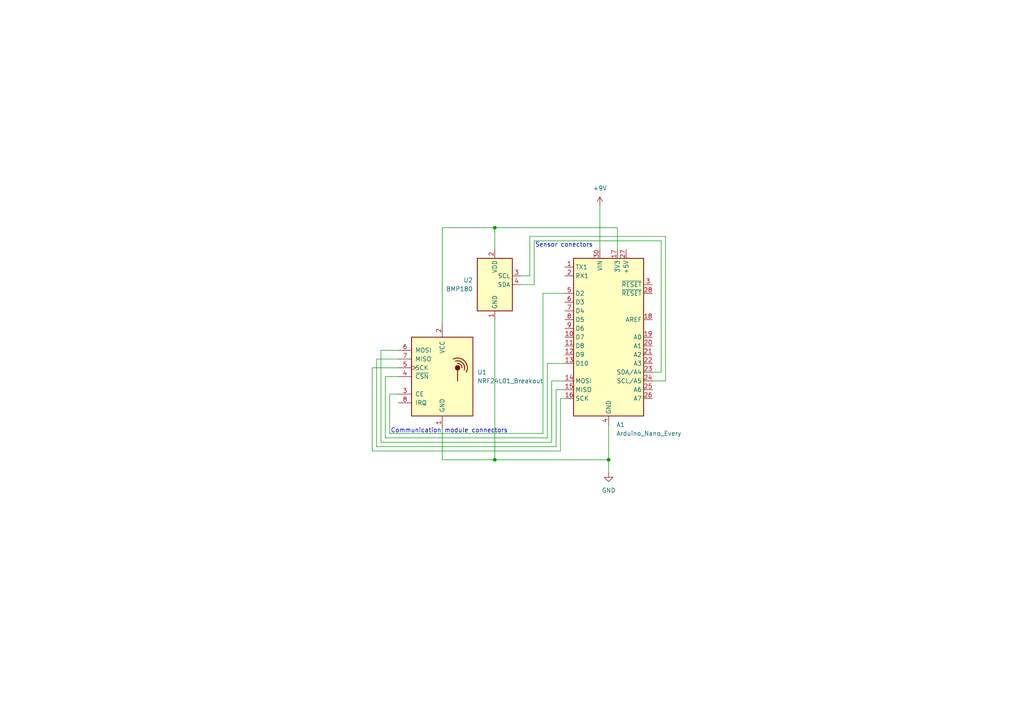
<source format=kicad_sch>
(kicad_sch (version 20231120) (generator "eeschema") (generator_version "8.0")
  (paper "A4")
  (lib_symbols
    (symbol "MCU_Module:Arduino_Nano_Every"
      (property "Reference" "A" (at -10.16 23.495 0))
      (property "Value" "Arduino_Nano_Every" (at 5.08 -24.13 0))
      (symbol "Arduino_Nano_Every_0_1"
        (rectangle (start -10.16 22.86) (end 10.16 -22.86) (stroke (width 0.254)) (fill (type background)))
      )
      (symbol "Arduino_Nano_Every_1_1"
        (pin bidirectional line (at -12.7 20.32 0) (length 2.54) (name "TX1") (number "1"))
        (pin bidirectional line (at -12.7 0 0) (length 2.54) (name "D7") (number "10"))
        (pin bidirectional line (at -12.7 -2.54 0) (length 2.54) (name "D8") (number "11"))
        (pin bidirectional line (at -12.7 -5.08 0) (length 2.54) (name "D9") (number "12"))
        (pin bidirectional line (at -12.7 -7.62 0) (length 2.54) (name "D10") (number "13"))
        (pin bidirectional line (at -12.7 -12.7 0) (length 2.54) (name "MOSI") (number "14"))
        (pin bidirectional line (at -12.7 -15.24 0) (length 2.54) (name "MISO") (number "15"))
        (pin bidirectional line (at -12.7 -17.78 0) (length 2.54) (name "SCK") (number "16"))
        (pin power_out line (at 2.54 25.4 270) (length 2.54) (name "3V3") (number "17"))
        (pin input line (at 12.7 5.08 180) (length 2.54) (name "AREF") (number "18"))
        (pin bidirectional line (at 12.7 0 180) (length 2.54) (name "A0") (number "19"))
        (pin bidirectional line (at -12.7 17.78 0) (length 2.54) (name "RX1") (number "2"))
        (pin bidirectional line (at 12.7 -2.54 180) (length 2.54) (name "A1") (number "20"))
        (pin bidirectional line (at 12.7 -5.08 180) (length 2.54) (name "A2") (number "21"))
        (pin bidirectional line (at 12.7 -7.62 180) (length 2.54) (name "A3") (number "22"))
        (pin bidirectional line (at 12.7 -10.16 180) (length 2.54) (name "SDA/A4") (number "23"))
        (pin bidirectional line (at 12.7 -12.7 180) (length 2.54) (name "SCL/A5") (number "24"))
        (pin bidirectional line (at 12.7 -15.24 180) (length 2.54) (name "A6") (number "25"))
        (pin bidirectional line (at 12.7 -17.78 180) (length 2.54) (name "A7") (number "26"))
        (pin power_out line (at 5.08 25.4 270) (length 2.54) (name "+5V") (number "27"))
        (pin input line (at 12.7 12.7 180) (length 2.54) (name "~{RESET}") (number "28"))
        (pin passive line (at 0 -25.4 90) (length 2.54) hide (name "GND") (number "29"))
        (pin input line (at 12.7 15.24 180) (length 2.54) (name "~{RESET}") (number "3"))
        (pin power_in line (at -2.54 25.4 270) (length 2.54) (name "VIN") (number "30"))
        (pin power_in line (at 0 -25.4 90) (length 2.54) (name "GND") (number "4"))
        (pin bidirectional line (at -12.7 12.7 0) (length 2.54) (name "D2") (number "5"))
        (pin bidirectional line (at -12.7 10.16 0) (length 2.54) (name "D3") (number "6"))
        (pin bidirectional line (at -12.7 7.62 0) (length 2.54) (name "D4") (number "7"))
        (pin bidirectional line (at -12.7 5.08 0) (length 2.54) (name "D5") (number "8"))
        (pin bidirectional line (at -12.7 2.54 0) (length 2.54) (name "D6") (number "9"))
      )
    )
    (symbol "RF:NRF24L01_Breakout" (pin_names (offset 1.016))
      (property "Reference" "U" (at -8.89 12.7 0))
      (property "Value" "NRF24L01_Breakout" (at 3.81 12.7 0))
      (symbol "NRF24L01_Breakout_0_1"
        (rectangle (start -8.89 11.43) (end 8.89 -11.43) (stroke (width 0.254)) (fill (type background)))
        (polyline (pts (xy 4.445 1.905) (xy 4.445 -1.27)) (stroke (width 0.254)))
        (circle (center 4.445 2.54) (radius 0.635) (stroke (width 0.254)) (fill (type outline)))
        (arc (start 5.715 2.54) (mid 5.3521 3.4546) (end 4.445 3.81) (stroke (width 0.254)))
        (arc (start 6.35 1.905) (mid 5.8763 3.9854) (end 3.81 4.445) (stroke (width 0.254)))
        (arc (start 6.985 1.27) (mid 6.453 4.548) (end 3.175 5.08) (stroke (width 0.254)))
      )
      (symbol "NRF24L01_Breakout_1_1"
        (pin power_in line (at 0 -15.24 90) (length 3.81) (name "GND") (number "1"))
        (pin power_in line (at 0 15.24 270) (length 3.81) (name "VCC") (number "2"))
        (pin input line (at -12.7 -5.08 0) (length 3.81) (name "CE") (number "3"))
        (pin input line (at -12.7 0 0) (length 3.81) (name "~{CSN}") (number "4"))
        (pin input clock (at -12.7 2.54 0) (length 3.81) (name "SCK") (number "5"))
        (pin input line (at -12.7 7.62 0) (length 3.81) (name "MOSI") (number "6"))
        (pin output line (at -12.7 5.08 0) (length 3.81) (name "MISO") (number "7"))
        (pin output line (at -12.7 -7.62 0) (length 3.81) (name "IRQ") (number "8"))
      )
    )
    (symbol "Sensor_Pressure:MS5837-xxBA"
      (property "Reference" "U" (at 1.27 11.43 0))
      (property "Value" "MS5837-xxBA" (at 1.27 8.89 0))
      (symbol "MS5837-xxBA_0_1"
        (rectangle (start -5.08 7.62) (end 5.08 -7.62) (stroke (width 0.254)) (fill (type background)))
      )
      (symbol "MS5837-xxBA_1_1"
        (pin power_in line (at 0 -10.16 90) (length 2.54) (name "GND") (number "1"))
        (pin power_in line (at 0 10.16 270) (length 2.54) (name "VDD") (number "2"))
        (pin passive line (at 7.62 2.54 180) (length 2.54) (name "SCL") (number "3"))
        (pin bidirectional line (at 7.62 0 180) (length 2.54) (name "SDA") (number "4"))
      )
    )
    (symbol "power:+9V" (power) (pin_numbers hide) (pin_names (offset 0) hide)
      (property "Value" "+9V" (at 0 3.556 0))
      (symbol "+9V_0_1"
        (polyline (pts (xy -0.762 1.27) (xy 0 2.54)))
        (polyline (pts (xy 0 0) (xy 0 2.54)))
        (polyline (pts (xy 0 2.54) (xy 0.762 1.27)))
      )
      (symbol "+9V_1_1"
        (pin power_in line (at 0 0 90) (length 0) (name "~") (number "1"))
      )
    )
    (symbol "power:GND" (power) (pin_numbers hide) (pin_names (offset 0) hide)
      (property "Value" "GND" (at 0 -3.81 0))
      (symbol "GND_0_1"
        (polyline (pts (xy 0 0) (xy 0 -1.27) (xy 1.27 -1.27) (xy 0 -2.54) (xy -1.27 -1.27) (xy 0 -1.27)))
      )
      (symbol "GND_1_1"
        (pin power_in line (at 0 0 270) (length 0) (name "~") (number "1"))
      )
    )
  )
  (junction (at 176.53 133.35))
  (junction (at 143.51 66.04))
  (junction (at 143.51 133.35))
  (wire (pts (xy 113.03 114.3) (xy 113.03 125.73)))
  (wire (pts (xy 109.22 104.14) (xy 109.22 129.54)))
  (wire (pts (xy 162.56 130.81) (xy 162.56 115.57)))
  (wire (pts (xy 111.76 109.22) (xy 111.76 127)))
  (wire (pts (xy 158.75 105.41) (xy 163.83 105.41)))
  (wire (pts (xy 110.49 101.6) (xy 110.49 128.27)))
  (wire (pts (xy 158.75 127) (xy 158.75 105.41)))
  (wire (pts (xy 162.56 115.57) (xy 163.83 115.57)))
  (wire (pts (xy 128.27 66.04) (xy 143.51 66.04)))
  (wire (pts (xy 128.27 93.98) (xy 128.27 66.04)))
  (wire (pts (xy 154.94 69.85) (xy 154.94 82.55)))
  (wire (pts (xy 107.95 106.68) (xy 107.95 130.81)))
  (wire (pts (xy 191.77 107.95) (xy 191.77 69.85)))
  (wire (pts (xy 115.57 101.6) (xy 110.49 101.6)))
  (wire (pts (xy 176.53 137.16) (xy 176.53 133.35)))
  (wire (pts (xy 143.51 72.39) (xy 143.51 66.04)))
  (wire (pts (xy 161.29 129.54) (xy 161.29 113.03)))
  (wire (pts (xy 153.67 68.58) (xy 153.67 80.01)))
  (wire (pts (xy 173.99 59.69) (xy 173.99 72.39)))
  (wire (pts (xy 154.94 82.55) (xy 151.13 82.55)))
  (wire (pts (xy 154.94 69.85) (xy 191.77 69.85)))
  (wire (pts (xy 161.29 113.03) (xy 163.83 113.03)))
  (wire (pts (xy 179.07 66.04) (xy 179.07 72.39)))
  (wire (pts (xy 143.51 133.35) (xy 176.53 133.35)))
  (wire (pts (xy 113.03 125.73) (xy 157.48 125.73)))
  (wire (pts (xy 153.67 80.01) (xy 151.13 80.01)))
  (wire (pts (xy 193.04 68.58) (xy 153.67 68.58)))
  (wire (pts (xy 109.22 129.54) (xy 161.29 129.54)))
  (wire (pts (xy 128.27 133.35) (xy 143.51 133.35)))
  (wire (pts (xy 191.77 107.95) (xy 189.23 107.95)))
  (wire (pts (xy 128.27 133.35) (xy 128.27 124.46)))
  (wire (pts (xy 143.51 92.71) (xy 143.51 133.35)))
  (wire (pts (xy 157.48 85.09) (xy 163.83 85.09)))
  (wire (pts (xy 157.48 125.73) (xy 157.48 85.09)))
  (wire (pts (xy 115.57 109.22) (xy 111.76 109.22)))
  (wire (pts (xy 160.02 128.27) (xy 160.02 110.49)))
  (wire (pts (xy 176.53 123.19) (xy 176.53 133.35)))
  (wire (pts (xy 115.57 106.68) (xy 107.95 106.68)))
  (wire (pts (xy 115.57 114.3) (xy 113.03 114.3)))
  (wire (pts (xy 111.76 127) (xy 158.75 127)))
  (wire (pts (xy 110.49 128.27) (xy 160.02 128.27)))
  (wire (pts (xy 193.04 110.49) (xy 193.04 68.58)))
  (wire (pts (xy 143.51 66.04) (xy 179.07 66.04)))
  (wire (pts (xy 193.04 110.49) (xy 189.23 110.49)))
  (wire (pts (xy 107.95 130.81) (xy 162.56 130.81)))
  (wire (pts (xy 115.57 104.14) (xy 109.22 104.14)))
  (wire (pts (xy 160.02 110.49) (xy 163.83 110.49)))
  (text "Communication module connectors" (at 130.302 124.968 0) (effects (font (size 1.27 1.27))))
  (text "Sensor conectors" (at 163.576 71.12 0) (effects (font (size 1.27 1.27))))
  (symbol (lib_id "Sensor_Pressure:MS5837-xxBA") (at 143.51 82.55 0) (unit 1)
    (property "Reference" "U2" (at 137.16 81.2799 0) (effects (justify right)))
    (property "Value" "BMP180" (at 137.16 83.8199 0) (effects (justify right)))
    (property "Footprint" "Sensor_Pressure:TE_MS5837-xxBA" (effects (hide yes)))
    (property "Datasheet" "https://www.te.com/commerce/DocumentDelivery/DDEController?Action=showdoc&DocId=Data+Sheet%7FMS5837-30BA%7FB1%7Fpdf%7FEnglish%7FENG_DS_MS5837-30BA_B1.pdf%7FCAT-BLPS0017" (effects (hide yes)))
    (property "Description" "Ultra-small, gel-filled, pressure sensor with stainless steel cap" (effects (hide yes)))
  )
  (symbol (lib_id "power:GND") (at 176.53 137.16 0) (unit 1)
    (property "Reference" "#PWR01" (effects (hide yes)))
    (property "Value" "GND" (at 176.53 142.24 0))
    (property "Description" "Power symbol creates a global label with name \"GND\" , ground" (effects (hide yes)))
  )
  (symbol (lib_id "MCU_Module:Arduino_Nano_Every") (at 176.53 97.79 0) (unit 1)
    (property "Reference" "A1" (at 178.7241 123.19 0) (effects (justify left)))
    (property "Value" "Arduino_Nano_Every" (at 178.7241 125.73 0) (effects (justify left)))
    (property "Footprint" "Module:Arduino_Nano" (effects (hide yes)))
    (property "Datasheet" "https://content.arduino.cc/assets/NANOEveryV3.0_sch.pdf" (effects (hide yes)))
    (property "Description" "Arduino Nano Every" (effects (hide yes)))
  )
  (symbol (lib_id "RF:NRF24L01_Breakout") (at 128.27 109.22 0) (unit 1)
    (property "Reference" "U1" (at 138.43 107.9499 0) (effects (justify left)))
    (property "Value" "NRF24L01_Breakout" (at 138.43 110.4899 0) (effects (justify left)))
    (property "Footprint" "RF_Module:nRF24L01_Breakout" (effects (hide yes)))
    (property "Datasheet" "http://www.nordicsemi.com/eng/content/download/2730/34105/file/nRF24L01_Product_Specification_v2_0.pdf" (effects (hide yes)))
    (property "Description" "Ultra low power 2.4GHz RF Transceiver, Carrier PCB" (effects (hide yes)))
  )
  (symbol (lib_id "power:+9V") (at 173.99 59.69 0) (unit 1)
    (property "Reference" "#PWR02" (effects (hide yes)))
    (property "Value" "+9V" (at 173.99 54.61 0))
    (property "Description" "Power symbol creates a global label with name \"+9V\"" (effects (hide yes)))
  )
)
</source>
